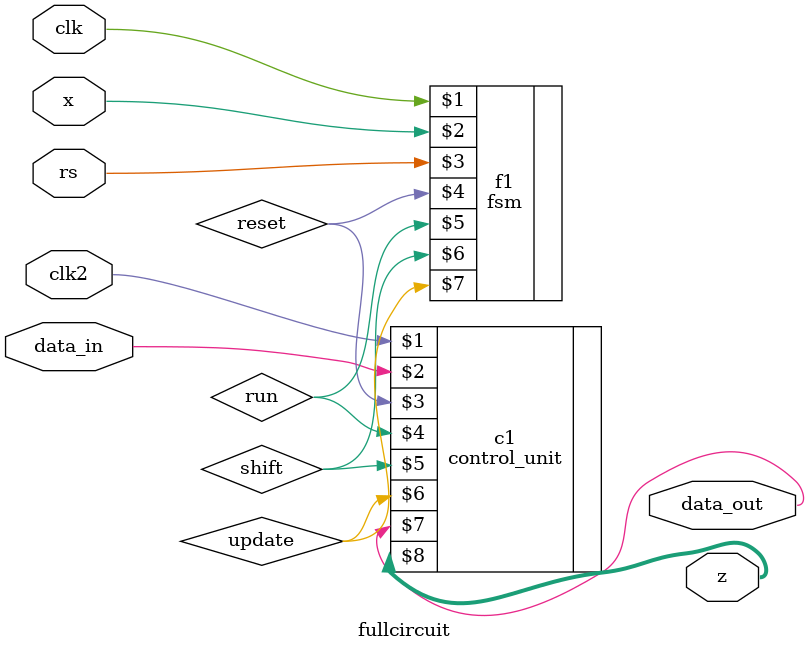
<source format=v>

module fullcircuit (clk, clk2, x ,rs, data_in, data_out, z);

	input clk, clk2, x, rs, data_in;
	output data_out;
	output [4:0] z;
	wire reset, run, shift, update;
	fsm f1(clk, x, rs, reset, run, shift, update);
	control_unit c1(clk2, data_in, reset, run, shift, update, data_out, z);

endmodule
</source>
